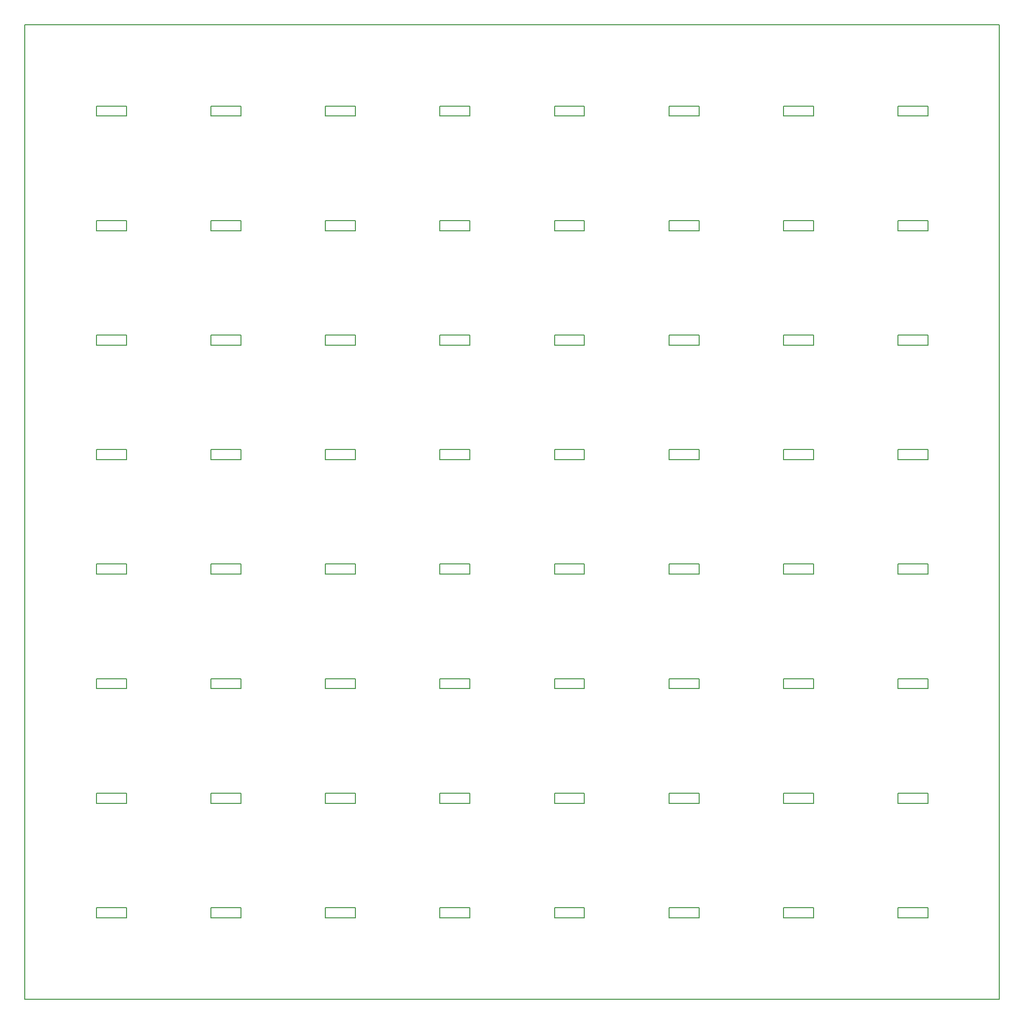
<source format=gbr>
G04 DipTrace 3.2.0.1*
G04 BoardOutline.gbr*
%MOIN*%
G04 #@! TF.FileFunction,Profile*
G04 #@! TF.Part,Single*
%ADD11C,0.005512*%
%FSLAX26Y26*%
G04*
G70*
G90*
G75*
G01*
G04 BoardOutline*
%LPD*%
X7094000Y394000D2*
D11*
X394000D1*
Y7094000D1*
X7094000D1*
Y394000D1*
X6397914Y1023108D2*
X6603900D1*
Y954090D1*
X6397914D1*
Y1023108D1*
X5610512D2*
X5816498D1*
Y954090D1*
X5610512D1*
Y1023108D1*
X4823110D2*
X5029096D1*
Y954090D1*
X4823110D1*
Y1023108D1*
X4035709D2*
X4241695D1*
Y954090D1*
X4035709D1*
Y1023108D1*
X3248307D2*
X3454293D1*
Y954090D1*
X3248307D1*
Y1023108D1*
X2460906D2*
X2666892D1*
Y954090D1*
X2460906D1*
Y1023108D1*
X1673504D2*
X1879490D1*
Y954090D1*
X1673504D1*
Y1023108D1*
X886102D2*
X1092088D1*
Y954090D1*
X886102D1*
Y1023108D1*
X6397914Y1810509D2*
X6603900D1*
Y1741491D1*
X6397914D1*
Y1810509D1*
X5610512D2*
X5816498D1*
Y1741491D1*
X5610512D1*
Y1810509D1*
X4823110D2*
X5029096D1*
Y1741491D1*
X4823110D1*
Y1810509D1*
X4035709D2*
X4241695D1*
Y1741491D1*
X4035709D1*
Y1810509D1*
X3248307D2*
X3454293D1*
Y1741491D1*
X3248307D1*
Y1810509D1*
X2460906D2*
X2666892D1*
Y1741491D1*
X2460906D1*
Y1810509D1*
X1673504D2*
X1879490D1*
Y1741491D1*
X1673504D1*
Y1810509D1*
X886102D2*
X1092088D1*
Y1741491D1*
X886102D1*
Y1810509D1*
X6397914Y2597911D2*
X6603900D1*
Y2528893D1*
X6397914D1*
Y2597911D1*
X5610512D2*
X5816498D1*
Y2528893D1*
X5610512D1*
Y2597911D1*
X4823110D2*
X5029096D1*
Y2528893D1*
X4823110D1*
Y2597911D1*
X4035709D2*
X4241695D1*
Y2528893D1*
X4035709D1*
Y2597911D1*
X3248307D2*
X3454293D1*
Y2528893D1*
X3248307D1*
Y2597911D1*
X2460906D2*
X2666892D1*
Y2528893D1*
X2460906D1*
Y2597911D1*
X1673504D2*
X1879490D1*
Y2528893D1*
X1673504D1*
Y2597911D1*
X886102D2*
X1092088D1*
Y2528893D1*
X886102D1*
Y2597911D1*
X6397914Y3385312D2*
X6603900D1*
Y3316295D1*
X6397914D1*
Y3385312D1*
X5610512D2*
X5816498D1*
Y3316295D1*
X5610512D1*
Y3385312D1*
X4823110D2*
X5029096D1*
Y3316295D1*
X4823110D1*
Y3385312D1*
X4035709D2*
X4241695D1*
Y3316295D1*
X4035709D1*
Y3385312D1*
X3248307D2*
X3454293D1*
Y3316295D1*
X3248307D1*
Y3385312D1*
X2460906D2*
X2666892D1*
Y3316295D1*
X2460906D1*
Y3385312D1*
X1673504D2*
X1879490D1*
Y3316295D1*
X1673504D1*
Y3385312D1*
X886102D2*
X1092088D1*
Y3316295D1*
X886102D1*
Y3385312D1*
X6397914Y4172714D2*
X6603900D1*
Y4103696D1*
X6397914D1*
Y4172714D1*
X5610512D2*
X5816498D1*
Y4103696D1*
X5610512D1*
Y4172714D1*
X4823110D2*
X5029096D1*
Y4103696D1*
X4823110D1*
Y4172714D1*
X4035709D2*
X4241695D1*
Y4103696D1*
X4035709D1*
Y4172714D1*
X3248307D2*
X3454293D1*
Y4103696D1*
X3248307D1*
Y4172714D1*
X2460906D2*
X2666892D1*
Y4103696D1*
X2460906D1*
Y4172714D1*
X1673504D2*
X1879490D1*
Y4103696D1*
X1673504D1*
Y4172714D1*
X886102D2*
X1092088D1*
Y4103696D1*
X886102D1*
Y4172714D1*
X6397914Y4960115D2*
X6603900D1*
Y4891098D1*
X6397914D1*
Y4960115D1*
X5610512D2*
X5816498D1*
Y4891098D1*
X5610512D1*
Y4960115D1*
X4823110D2*
X5029096D1*
Y4891098D1*
X4823110D1*
Y4960115D1*
X4035709D2*
X4241695D1*
Y4891098D1*
X4035709D1*
Y4960115D1*
X3248307D2*
X3454293D1*
Y4891098D1*
X3248307D1*
Y4960115D1*
X2460906D2*
X2666892D1*
Y4891098D1*
X2460906D1*
Y4960115D1*
X1673504D2*
X1879490D1*
Y4891098D1*
X1673504D1*
Y4960115D1*
X886102D2*
X1092088D1*
Y4891098D1*
X886102D1*
Y4960115D1*
X6397914Y5747517D2*
X6603900D1*
Y5678499D1*
X6397914D1*
Y5747517D1*
X5610512D2*
X5816498D1*
Y5678499D1*
X5610512D1*
Y5747517D1*
X4823110D2*
X5029096D1*
Y5678499D1*
X4823110D1*
Y5747517D1*
X4035709D2*
X4241695D1*
Y5678499D1*
X4035709D1*
Y5747517D1*
X3248307D2*
X3454293D1*
Y5678499D1*
X3248307D1*
Y5747517D1*
X2460906D2*
X2666892D1*
Y5678499D1*
X2460906D1*
Y5747517D1*
X1673504D2*
X1879490D1*
Y5678499D1*
X1673504D1*
Y5747517D1*
X886102D2*
X1092088D1*
Y5678499D1*
X886102D1*
Y5747517D1*
X6397914Y6534919D2*
X6603900D1*
Y6465901D1*
X6397914D1*
Y6534919D1*
X5610512D2*
X5816498D1*
Y6465901D1*
X5610512D1*
Y6534919D1*
X4823110D2*
X5029096D1*
Y6465901D1*
X4823110D1*
Y6534919D1*
X4035709D2*
X4241695D1*
Y6465901D1*
X4035709D1*
Y6534919D1*
X3248307D2*
X3454293D1*
Y6465901D1*
X3248307D1*
Y6534919D1*
X2460906D2*
X2666892D1*
Y6465901D1*
X2460906D1*
Y6534919D1*
X1673504D2*
X1879490D1*
Y6465901D1*
X1673504D1*
Y6534919D1*
X886102D2*
X1092088D1*
Y6465901D1*
X886102D1*
Y6534919D1*
M02*

</source>
